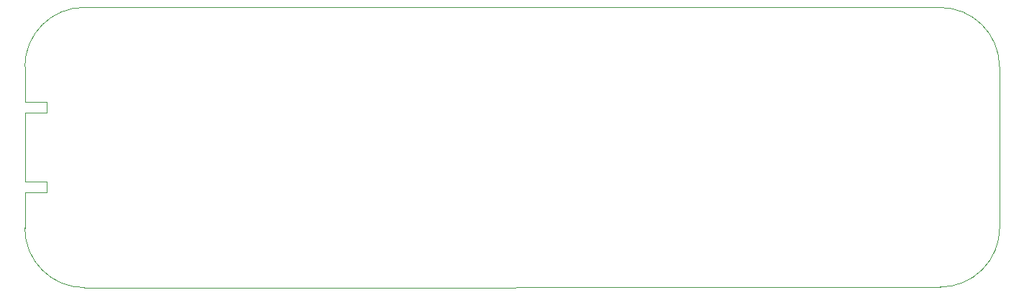
<source format=gbr>
%TF.GenerationSoftware,KiCad,Pcbnew,(7.0.0-0)*%
%TF.CreationDate,2023-06-13T14:54:47-07:00*%
%TF.ProjectId,ssrov-kicad-openctd,7373726f-762d-46b6-9963-61642d6f7065,rev?*%
%TF.SameCoordinates,Original*%
%TF.FileFunction,Profile,NP*%
%FSLAX46Y46*%
G04 Gerber Fmt 4.6, Leading zero omitted, Abs format (unit mm)*
G04 Created by KiCad (PCBNEW (7.0.0-0)) date 2023-06-13 14:54:47*
%MOMM*%
%LPD*%
G01*
G04 APERTURE LIST*
%TA.AperFunction,Profile*%
%ADD10C,0.100000*%
%TD*%
G04 APERTURE END LIST*
D10*
X208734976Y-84981259D02*
X208758000Y-103964000D01*
X96520000Y-98552000D02*
X96520000Y-99822000D01*
X201759650Y-110972490D02*
X100983245Y-111030001D01*
X93980000Y-99822000D02*
X93979250Y-104028753D01*
X93980000Y-89154000D02*
X96520000Y-89154000D01*
X93980000Y-98552000D02*
X96520000Y-98552000D01*
X93979248Y-104028753D02*
G75*
G03*
X100983245Y-111030001I7000002J-1247D01*
G01*
X201759650Y-110972505D02*
G75*
G03*
X208758000Y-103964000I-1650J7000005D01*
G01*
X96520000Y-89154000D02*
X96520000Y-90424000D01*
X96520000Y-90424000D02*
X93980000Y-90424000D01*
X100980000Y-77978000D02*
G75*
G03*
X93980000Y-84978000I0J-7000000D01*
G01*
X100980000Y-77978000D02*
X201736078Y-77989749D01*
X96520000Y-99822000D02*
X93980000Y-99822000D01*
X93980000Y-90424000D02*
X93980000Y-98552000D01*
X208734946Y-84981259D02*
G75*
G03*
X201736078Y-77989749I-6999946J-8441D01*
G01*
X93980000Y-89154000D02*
X93980000Y-84978000D01*
M02*

</source>
